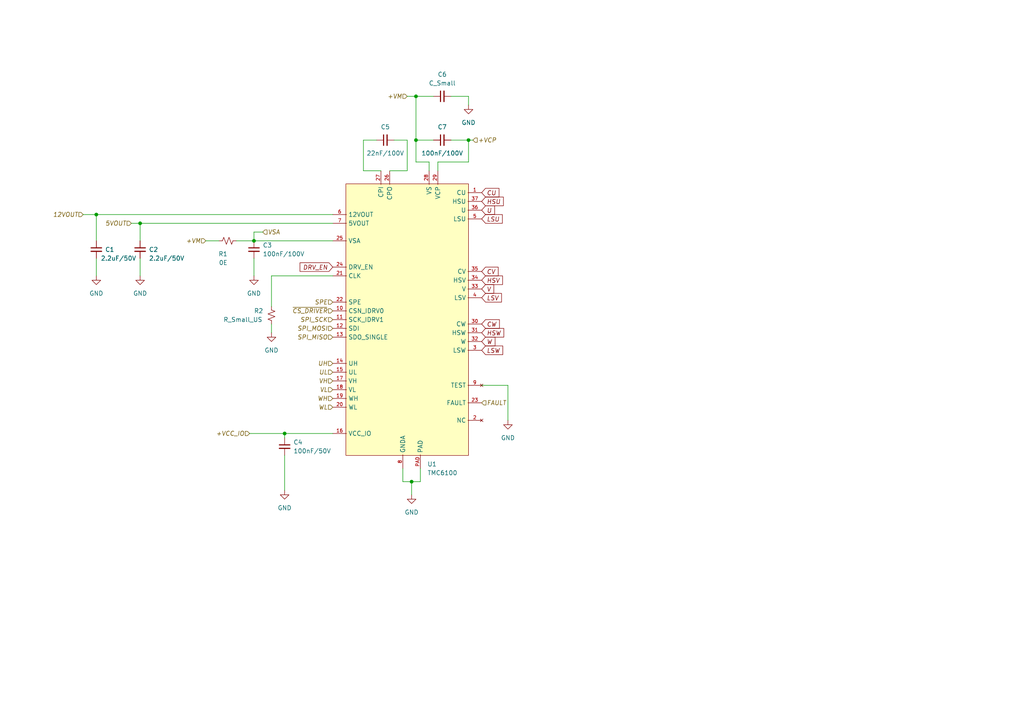
<source format=kicad_sch>
(kicad_sch (version 20211123) (generator eeschema)

  (uuid e63e39d7-6ac0-4ffd-8aa3-1841a4541b55)

  (paper "A4")

  (lib_symbols
    (symbol "Device:C_Small" (pin_numbers hide) (pin_names (offset 0.254) hide) (in_bom yes) (on_board yes)
      (property "Reference" "C" (id 0) (at 0.254 1.778 0)
        (effects (font (size 1.27 1.27)) (justify left))
      )
      (property "Value" "C_Small" (id 1) (at 0.254 -2.032 0)
        (effects (font (size 1.27 1.27)) (justify left))
      )
      (property "Footprint" "" (id 2) (at 0 0 0)
        (effects (font (size 1.27 1.27)) hide)
      )
      (property "Datasheet" "~" (id 3) (at 0 0 0)
        (effects (font (size 1.27 1.27)) hide)
      )
      (property "ki_keywords" "capacitor cap" (id 4) (at 0 0 0)
        (effects (font (size 1.27 1.27)) hide)
      )
      (property "ki_description" "Unpolarized capacitor, small symbol" (id 5) (at 0 0 0)
        (effects (font (size 1.27 1.27)) hide)
      )
      (property "ki_fp_filters" "C_*" (id 6) (at 0 0 0)
        (effects (font (size 1.27 1.27)) hide)
      )
      (symbol "C_Small_0_1"
        (polyline
          (pts
            (xy -1.524 -0.508)
            (xy 1.524 -0.508)
          )
          (stroke (width 0.3302) (type default) (color 0 0 0 0))
          (fill (type none))
        )
        (polyline
          (pts
            (xy -1.524 0.508)
            (xy 1.524 0.508)
          )
          (stroke (width 0.3048) (type default) (color 0 0 0 0))
          (fill (type none))
        )
      )
      (symbol "C_Small_1_1"
        (pin passive line (at 0 2.54 270) (length 2.032)
          (name "~" (effects (font (size 1.27 1.27))))
          (number "1" (effects (font (size 1.27 1.27))))
        )
        (pin passive line (at 0 -2.54 90) (length 2.032)
          (name "~" (effects (font (size 1.27 1.27))))
          (number "2" (effects (font (size 1.27 1.27))))
        )
      )
    )
    (symbol "Device:R_Small_US" (pin_numbers hide) (pin_names (offset 0.254) hide) (in_bom yes) (on_board yes)
      (property "Reference" "R" (id 0) (at 0.762 0.508 0)
        (effects (font (size 1.27 1.27)) (justify left))
      )
      (property "Value" "R_Small_US" (id 1) (at 0.762 -1.016 0)
        (effects (font (size 1.27 1.27)) (justify left))
      )
      (property "Footprint" "" (id 2) (at 0 0 0)
        (effects (font (size 1.27 1.27)) hide)
      )
      (property "Datasheet" "~" (id 3) (at 0 0 0)
        (effects (font (size 1.27 1.27)) hide)
      )
      (property "ki_keywords" "r resistor" (id 4) (at 0 0 0)
        (effects (font (size 1.27 1.27)) hide)
      )
      (property "ki_description" "Resistor, small US symbol" (id 5) (at 0 0 0)
        (effects (font (size 1.27 1.27)) hide)
      )
      (property "ki_fp_filters" "R_*" (id 6) (at 0 0 0)
        (effects (font (size 1.27 1.27)) hide)
      )
      (symbol "R_Small_US_1_1"
        (polyline
          (pts
            (xy 0 0)
            (xy 1.016 -0.381)
            (xy 0 -0.762)
            (xy -1.016 -1.143)
            (xy 0 -1.524)
          )
          (stroke (width 0) (type default) (color 0 0 0 0))
          (fill (type none))
        )
        (polyline
          (pts
            (xy 0 1.524)
            (xy 1.016 1.143)
            (xy 0 0.762)
            (xy -1.016 0.381)
            (xy 0 0)
          )
          (stroke (width 0) (type default) (color 0 0 0 0))
          (fill (type none))
        )
        (pin passive line (at 0 2.54 270) (length 1.016)
          (name "~" (effects (font (size 1.27 1.27))))
          (number "1" (effects (font (size 1.27 1.27))))
        )
        (pin passive line (at 0 -2.54 90) (length 1.016)
          (name "~" (effects (font (size 1.27 1.27))))
          (number "2" (effects (font (size 1.27 1.27))))
        )
      )
    )
    (symbol "SiFOCR:TMC6100" (in_bom yes) (on_board yes)
      (property "Reference" "U" (id 0) (at 0 45.72 0)
        (effects (font (size 1.27 1.27)))
      )
      (property "Value" "TMC6100" (id 1) (at 0 45.72 0)
        (effects (font (size 1.27 1.27)))
      )
      (property "Footprint" "" (id 2) (at 0 45.72 0)
        (effects (font (size 1.27 1.27)) hide)
      )
      (property "Datasheet" "" (id 3) (at 0 45.72 0)
        (effects (font (size 1.27 1.27)) hide)
      )
      (symbol "TMC6100_0_0"
        (pin power_in line (at 35.56 3.81 180) (length 3.9878)
          (name "CU" (effects (font (size 1.27 1.27))))
          (number "1" (effects (font (size 0.9906 0.9906))))
        )
        (pin bidirectional line (at -7.62 -30.48 0) (length 3.9878)
          (name "CSN_IDRV0" (effects (font (size 1.27 1.27))))
          (number "10" (effects (font (size 0.9906 0.9906))))
        )
        (pin bidirectional line (at -7.62 -33.02 0) (length 3.9878)
          (name "SCK_IDRV1" (effects (font (size 1.27 1.27))))
          (number "11" (effects (font (size 0.9906 0.9906))))
        )
        (pin bidirectional line (at -7.62 -35.56 0) (length 3.9878)
          (name "SDI" (effects (font (size 1.27 1.27))))
          (number "12" (effects (font (size 0.9906 0.9906))))
        )
        (pin bidirectional line (at -7.62 -38.1 0) (length 3.9878)
          (name "SDO_SINGLE" (effects (font (size 1.27 1.27))))
          (number "13" (effects (font (size 0.9906 0.9906))))
        )
        (pin input line (at -7.62 -45.72 0) (length 3.9878)
          (name "UH" (effects (font (size 1.27 1.27))))
          (number "14" (effects (font (size 0.9906 0.9906))))
        )
        (pin input line (at -7.62 -48.26 0) (length 3.9878)
          (name "UL" (effects (font (size 1.27 1.27))))
          (number "15" (effects (font (size 0.9906 0.9906))))
        )
        (pin input line (at -7.62 -66.04 0) (length 3.9878)
          (name "VCC_IO" (effects (font (size 1.27 1.27))))
          (number "16" (effects (font (size 0.9906 0.9906))))
        )
        (pin input line (at -7.62 -50.8 0) (length 3.9878)
          (name "VH" (effects (font (size 1.27 1.27))))
          (number "17" (effects (font (size 0.9906 0.9906))))
        )
        (pin input line (at -7.62 -53.34 0) (length 3.9878)
          (name "VL" (effects (font (size 1.27 1.27))))
          (number "18" (effects (font (size 0.9906 0.9906))))
        )
        (pin input line (at -7.62 -55.88 0) (length 3.9878)
          (name "WH" (effects (font (size 1.27 1.27))))
          (number "19" (effects (font (size 0.9906 0.9906))))
        )
        (pin no_connect line (at 35.56 -62.23 180) (length 3.9878)
          (name "NC" (effects (font (size 1.27 1.27))))
          (number "2" (effects (font (size 0.9906 0.9906))))
        )
        (pin input line (at -7.62 -58.42 0) (length 3.9878)
          (name "WL" (effects (font (size 1.27 1.27))))
          (number "20" (effects (font (size 0.9906 0.9906))))
        )
        (pin bidirectional line (at -7.62 -20.32 0) (length 3.9878)
          (name "CLK" (effects (font (size 1.27 1.27))))
          (number "21" (effects (font (size 0.9906 0.9906))))
        )
        (pin bidirectional line (at -7.62 -27.94 0) (length 3.9878)
          (name "SPE" (effects (font (size 1.27 1.27))))
          (number "22" (effects (font (size 0.9906 0.9906))))
        )
        (pin input line (at 35.56 -57.15 180) (length 3.9878)
          (name "FAULT" (effects (font (size 1.27 1.27))))
          (number "23" (effects (font (size 0.9906 0.9906))))
        )
        (pin input line (at -7.62 -17.78 0) (length 3.9878)
          (name "DRV_EN" (effects (font (size 1.27 1.27))))
          (number "24" (effects (font (size 0.9906 0.9906))))
        )
        (pin bidirectional line (at -7.62 -10.16 0) (length 3.9878)
          (name "VSA" (effects (font (size 1.27 1.27))))
          (number "25" (effects (font (size 0.9906 0.9906))))
        )
        (pin power_in line (at 8.89 10.16 270) (length 3.9878)
          (name "CPO" (effects (font (size 1.27 1.27))))
          (number "26" (effects (font (size 0.9906 0.9906))))
        )
        (pin power_in line (at 6.35 10.16 270) (length 3.9878)
          (name "CPI" (effects (font (size 1.27 1.27))))
          (number "27" (effects (font (size 0.9906 0.9906))))
        )
        (pin power_in line (at 20.32 10.16 270) (length 3.9878)
          (name "VS" (effects (font (size 1.27 1.27))))
          (number "28" (effects (font (size 0.9906 0.9906))))
        )
        (pin power_out line (at 22.86 10.16 270) (length 3.9878)
          (name "VCP" (effects (font (size 1.27 1.27))))
          (number "29" (effects (font (size 0.9906 0.9906))))
        )
        (pin power_out line (at 35.56 -41.91 180) (length 3.9878)
          (name "LSW" (effects (font (size 1.27 1.27))))
          (number "3" (effects (font (size 0.9906 0.9906))))
        )
        (pin power_out line (at 35.56 -34.29 180) (length 3.9878)
          (name "CW" (effects (font (size 1.27 1.27))))
          (number "30" (effects (font (size 0.9906 0.9906))))
        )
        (pin power_out line (at 35.56 -36.83 180) (length 3.9878)
          (name "HSW" (effects (font (size 1.27 1.27))))
          (number "31" (effects (font (size 0.9906 0.9906))))
        )
        (pin power_out line (at 35.56 -39.37 180) (length 3.9878)
          (name "W" (effects (font (size 1.27 1.27))))
          (number "32" (effects (font (size 0.9906 0.9906))))
        )
        (pin power_out line (at 35.56 -24.13 180) (length 3.9878)
          (name "V" (effects (font (size 1.27 1.27))))
          (number "33" (effects (font (size 0.9906 0.9906))))
        )
        (pin power_out line (at 35.56 -21.59 180) (length 3.9878)
          (name "HSV" (effects (font (size 1.27 1.27))))
          (number "34" (effects (font (size 0.9906 0.9906))))
        )
        (pin power_out line (at 35.56 -19.05 180) (length 3.9878)
          (name "CV" (effects (font (size 1.27 1.27))))
          (number "35" (effects (font (size 0.9906 0.9906))))
        )
        (pin power_out line (at 35.56 -1.27 180) (length 3.9878)
          (name "U" (effects (font (size 1.27 1.27))))
          (number "36" (effects (font (size 0.9906 0.9906))))
        )
        (pin power_out line (at 35.56 1.27 180) (length 3.9878)
          (name "HSU" (effects (font (size 1.27 1.27))))
          (number "37" (effects (font (size 0.9906 0.9906))))
        )
        (pin power_out line (at 35.56 -26.67 180) (length 3.9878)
          (name "LSV" (effects (font (size 1.27 1.27))))
          (number "4" (effects (font (size 0.9906 0.9906))))
        )
        (pin power_out line (at 35.56 -3.81 180) (length 3.9878)
          (name "LSU" (effects (font (size 1.27 1.27))))
          (number "5" (effects (font (size 0.9906 0.9906))))
        )
        (pin power_out line (at -7.62 -2.54 0) (length 3.9878)
          (name "12VOUT" (effects (font (size 1.27 1.27))))
          (number "6" (effects (font (size 0.9906 0.9906))))
        )
        (pin power_out line (at -7.62 -5.08 0) (length 3.9878)
          (name "5VOUT" (effects (font (size 1.27 1.27))))
          (number "7" (effects (font (size 0.9906 0.9906))))
        )
        (pin power_out line (at 12.7 -76.2 90) (length 3.9878)
          (name "GNDA" (effects (font (size 1.27 1.27))))
          (number "8" (effects (font (size 0.9906 0.9906))))
        )
        (pin no_connect line (at 35.56 -52.07 180) (length 3.9878)
          (name "TEST" (effects (font (size 1.27 1.27))))
          (number "9" (effects (font (size 0.9906 0.9906))))
        )
      )
      (symbol "TMC6100_0_1"
        (rectangle (start -3.81 6.35) (end 31.75 -72.39)
          (stroke (width 0) (type default) (color 0 0 0 0))
          (fill (type background))
        )
      )
      (symbol "TMC6100_1_1"
        (pin input line (at 17.78 -76.2 90) (length 3.9878)
          (name "PAD" (effects (font (size 1.27 1.27))))
          (number "PAD" (effects (font (size 0.9906 0.9906))))
        )
      )
    )
    (symbol "power:GND" (power) (pin_names (offset 0)) (in_bom yes) (on_board yes)
      (property "Reference" "#PWR" (id 0) (at 0 -6.35 0)
        (effects (font (size 1.27 1.27)) hide)
      )
      (property "Value" "GND" (id 1) (at 0 -3.81 0)
        (effects (font (size 1.27 1.27)))
      )
      (property "Footprint" "" (id 2) (at 0 0 0)
        (effects (font (size 1.27 1.27)) hide)
      )
      (property "Datasheet" "" (id 3) (at 0 0 0)
        (effects (font (size 1.27 1.27)) hide)
      )
      (property "ki_keywords" "power-flag" (id 4) (at 0 0 0)
        (effects (font (size 1.27 1.27)) hide)
      )
      (property "ki_description" "Power symbol creates a global label with name \"GND\" , ground" (id 5) (at 0 0 0)
        (effects (font (size 1.27 1.27)) hide)
      )
      (symbol "GND_0_1"
        (polyline
          (pts
            (xy 0 0)
            (xy 0 -1.27)
            (xy 1.27 -1.27)
            (xy 0 -2.54)
            (xy -1.27 -1.27)
            (xy 0 -1.27)
          )
          (stroke (width 0) (type default) (color 0 0 0 0))
          (fill (type none))
        )
      )
      (symbol "GND_1_1"
        (pin power_in line (at 0 0 270) (length 0) hide
          (name "GND" (effects (font (size 1.27 1.27))))
          (number "1" (effects (font (size 1.27 1.27))))
        )
      )
    )
  )

  (junction (at 120.65 27.94) (diameter 0) (color 0 0 0 0)
    (uuid 05783b37-49c6-41cc-8032-36496a1f734c)
  )
  (junction (at 27.94 62.23) (diameter 0) (color 0 0 0 0)
    (uuid 68fba86b-50e3-41ee-b52b-0732d8ff1b62)
  )
  (junction (at 119.38 139.7) (diameter 0) (color 0 0 0 0)
    (uuid 81b4498b-45e4-408e-a616-b5273468adcc)
  )
  (junction (at 82.55 125.73) (diameter 0) (color 0 0 0 0)
    (uuid a2d3206a-4f57-483a-a778-9695b7b13674)
  )
  (junction (at 135.89 40.64) (diameter 0) (color 0 0 0 0)
    (uuid cc4ef893-481c-4f8c-a574-4b3b172fd4d9)
  )
  (junction (at 120.65 40.64) (diameter 0) (color 0 0 0 0)
    (uuid d6d7e84f-f030-406a-bc13-5b00e8372e3d)
  )
  (junction (at 40.64 64.77) (diameter 0) (color 0 0 0 0)
    (uuid d71bfc95-467b-4bf4-bc2b-d16c880ec91e)
  )
  (junction (at 73.66 69.85) (diameter 0) (color 0 0 0 0)
    (uuid e455c97f-0735-47d0-954f-c7d41a1061e4)
  )

  (wire (pts (xy 68.58 69.85) (xy 73.66 69.85))
    (stroke (width 0) (type default) (color 0 0 0 0))
    (uuid 01afd943-3123-4571-bccf-409f98cfaba9)
  )
  (wire (pts (xy 73.66 74.93) (xy 73.66 80.01))
    (stroke (width 0) (type default) (color 0 0 0 0))
    (uuid 0e4dba94-69be-43f0-91f0-6a5748083353)
  )
  (wire (pts (xy 120.65 40.64) (xy 125.73 40.64))
    (stroke (width 0) (type default) (color 0 0 0 0))
    (uuid 0e6a16b7-fcb4-429a-bef4-6be241e9595d)
  )
  (wire (pts (xy 73.66 67.31) (xy 76.2 67.31))
    (stroke (width 0) (type default) (color 0 0 0 0))
    (uuid 120905bc-e2c9-4a76-8a86-bea1b36e1498)
  )
  (wire (pts (xy 127 49.53) (xy 127 46.99))
    (stroke (width 0) (type default) (color 0 0 0 0))
    (uuid 14b7678e-5762-4084-9dd6-03a43ac84e7d)
  )
  (wire (pts (xy 114.3 40.64) (xy 118.11 40.64))
    (stroke (width 0) (type default) (color 0 0 0 0))
    (uuid 1aa82f0d-2b95-4422-a485-ae22217acb78)
  )
  (wire (pts (xy 127 46.99) (xy 135.89 46.99))
    (stroke (width 0) (type default) (color 0 0 0 0))
    (uuid 2b4f0d6b-3163-4a97-920f-26b0d5d5bed4)
  )
  (wire (pts (xy 72.39 125.73) (xy 82.55 125.73))
    (stroke (width 0) (type default) (color 0 0 0 0))
    (uuid 2c35af05-394f-43f5-82f3-cc503ec943db)
  )
  (wire (pts (xy 147.32 111.76) (xy 147.32 121.92))
    (stroke (width 0) (type default) (color 0 0 0 0))
    (uuid 3440b3f3-8256-441e-89ff-72983e1e8c23)
  )
  (wire (pts (xy 73.66 69.85) (xy 73.66 67.31))
    (stroke (width 0) (type default) (color 0 0 0 0))
    (uuid 36611d5c-f620-45ba-958f-748212b5e1d6)
  )
  (wire (pts (xy 59.69 69.85) (xy 63.5 69.85))
    (stroke (width 0) (type default) (color 0 0 0 0))
    (uuid 39dd4e2b-b98c-4982-866e-f4cdc5b638cf)
  )
  (wire (pts (xy 73.66 69.85) (xy 96.52 69.85))
    (stroke (width 0) (type default) (color 0 0 0 0))
    (uuid 5118f1e4-6b2b-401a-a5cf-b5312e124495)
  )
  (wire (pts (xy 78.74 93.98) (xy 78.74 96.52))
    (stroke (width 0) (type default) (color 0 0 0 0))
    (uuid 58386ef2-6ad4-4027-9903-aec66276fcb4)
  )
  (wire (pts (xy 38.1 64.77) (xy 40.64 64.77))
    (stroke (width 0) (type default) (color 0 0 0 0))
    (uuid 58efc0f1-afb3-40a5-83c7-81f84aec0ff3)
  )
  (wire (pts (xy 40.64 74.93) (xy 40.64 80.01))
    (stroke (width 0) (type default) (color 0 0 0 0))
    (uuid 617ae239-d4af-4a04-98ad-5e220237e16d)
  )
  (wire (pts (xy 135.89 40.64) (xy 137.16 40.64))
    (stroke (width 0) (type default) (color 0 0 0 0))
    (uuid 61d2f13d-4087-407f-883e-154825f7bcde)
  )
  (wire (pts (xy 78.74 80.01) (xy 78.74 88.9))
    (stroke (width 0) (type default) (color 0 0 0 0))
    (uuid 653eb938-da12-4a51-b315-302f24362f20)
  )
  (wire (pts (xy 40.64 64.77) (xy 96.52 64.77))
    (stroke (width 0) (type default) (color 0 0 0 0))
    (uuid 66912298-b0d3-4c69-8f72-cd068185f639)
  )
  (wire (pts (xy 110.49 49.53) (xy 105.41 49.53))
    (stroke (width 0) (type default) (color 0 0 0 0))
    (uuid 69d7d0f1-0192-4b3e-9ab0-e19cfdb1f307)
  )
  (wire (pts (xy 27.94 62.23) (xy 96.52 62.23))
    (stroke (width 0) (type default) (color 0 0 0 0))
    (uuid 6abf7866-5027-4eee-b2f2-ad84b9ce2438)
  )
  (wire (pts (xy 119.38 139.7) (xy 121.92 139.7))
    (stroke (width 0) (type default) (color 0 0 0 0))
    (uuid 6e56977f-6078-45b8-afd9-332eb43858db)
  )
  (wire (pts (xy 82.55 125.73) (xy 96.52 125.73))
    (stroke (width 0) (type default) (color 0 0 0 0))
    (uuid 6e8f8ee5-8c01-4236-90ac-b5c4d9e320f1)
  )
  (wire (pts (xy 105.41 49.53) (xy 105.41 40.64))
    (stroke (width 0) (type default) (color 0 0 0 0))
    (uuid 6e9715e4-13f9-4959-b852-d1fb83876ecf)
  )
  (wire (pts (xy 116.84 135.89) (xy 116.84 139.7))
    (stroke (width 0) (type default) (color 0 0 0 0))
    (uuid 7c2da008-df3f-4543-9bff-7c21ad775617)
  )
  (wire (pts (xy 113.03 49.53) (xy 118.11 49.53))
    (stroke (width 0) (type default) (color 0 0 0 0))
    (uuid 8150e46a-084e-4e5d-932b-a4a8e2e7616c)
  )
  (wire (pts (xy 27.94 69.85) (xy 27.94 62.23))
    (stroke (width 0) (type default) (color 0 0 0 0))
    (uuid 85919167-a7b0-4c60-854a-08a7200f7a97)
  )
  (wire (pts (xy 40.64 64.77) (xy 40.64 69.85))
    (stroke (width 0) (type default) (color 0 0 0 0))
    (uuid 88f745ed-d72d-45d3-88cf-0f443e5916ac)
  )
  (wire (pts (xy 147.32 111.76) (xy 139.7 111.76))
    (stroke (width 0) (type default) (color 0 0 0 0))
    (uuid 9124e05c-2847-4694-b646-b54cc82eb619)
  )
  (wire (pts (xy 120.65 27.94) (xy 125.73 27.94))
    (stroke (width 0) (type default) (color 0 0 0 0))
    (uuid 91925796-ca07-4b40-ba7c-205009db5774)
  )
  (wire (pts (xy 82.55 125.73) (xy 82.55 127))
    (stroke (width 0) (type default) (color 0 0 0 0))
    (uuid 96a6d873-fa79-424e-a0d2-760d2be9a878)
  )
  (wire (pts (xy 82.55 132.08) (xy 82.55 142.24))
    (stroke (width 0) (type default) (color 0 0 0 0))
    (uuid 9e72866c-387a-40db-8ead-fe8bdca3e462)
  )
  (wire (pts (xy 120.65 46.99) (xy 120.65 40.64))
    (stroke (width 0) (type default) (color 0 0 0 0))
    (uuid a1494815-c4eb-44a3-910d-73531589b5e8)
  )
  (wire (pts (xy 135.89 46.99) (xy 135.89 40.64))
    (stroke (width 0) (type default) (color 0 0 0 0))
    (uuid a6291a3f-cea4-4d94-b16b-7ec3f1e573ca)
  )
  (wire (pts (xy 121.92 139.7) (xy 121.92 135.89))
    (stroke (width 0) (type default) (color 0 0 0 0))
    (uuid abd06736-e670-44b6-979c-cb25d410d555)
  )
  (wire (pts (xy 135.89 27.94) (xy 135.89 30.48))
    (stroke (width 0) (type default) (color 0 0 0 0))
    (uuid b0c6f6db-73e3-41d3-bb2c-70e154712583)
  )
  (wire (pts (xy 118.11 40.64) (xy 118.11 49.53))
    (stroke (width 0) (type default) (color 0 0 0 0))
    (uuid b51cc022-a049-4ae2-98ae-204fe5ad7a47)
  )
  (wire (pts (xy 130.81 27.94) (xy 135.89 27.94))
    (stroke (width 0) (type default) (color 0 0 0 0))
    (uuid b73d3512-4899-426e-a76d-1731fd3b6766)
  )
  (wire (pts (xy 130.81 40.64) (xy 135.89 40.64))
    (stroke (width 0) (type default) (color 0 0 0 0))
    (uuid bb1feb6a-121d-419c-a9df-d31a0aaa131b)
  )
  (wire (pts (xy 24.13 62.23) (xy 27.94 62.23))
    (stroke (width 0) (type default) (color 0 0 0 0))
    (uuid bbc04b9b-3202-4f25-b3de-71f5a7980541)
  )
  (wire (pts (xy 116.84 139.7) (xy 119.38 139.7))
    (stroke (width 0) (type default) (color 0 0 0 0))
    (uuid bd3fa25d-5b51-4992-bbbf-2f47c15516fd)
  )
  (wire (pts (xy 78.74 80.01) (xy 96.52 80.01))
    (stroke (width 0) (type default) (color 0 0 0 0))
    (uuid cb3f9151-e066-4fa9-92ff-0342be82b8c6)
  )
  (wire (pts (xy 124.46 49.53) (xy 124.46 46.99))
    (stroke (width 0) (type default) (color 0 0 0 0))
    (uuid d988fe8c-d332-4d4f-b0a3-adb63785f6c9)
  )
  (wire (pts (xy 27.94 74.93) (xy 27.94 80.01))
    (stroke (width 0) (type default) (color 0 0 0 0))
    (uuid db801b25-595a-42f2-bb53-620ed4eb1c42)
  )
  (wire (pts (xy 119.38 139.7) (xy 119.38 143.51))
    (stroke (width 0) (type default) (color 0 0 0 0))
    (uuid e08d28ad-7b39-479d-9c8c-0499734f469e)
  )
  (wire (pts (xy 120.65 40.64) (xy 120.65 27.94))
    (stroke (width 0) (type default) (color 0 0 0 0))
    (uuid e437d178-8d11-4332-a2e9-13d32df82032)
  )
  (wire (pts (xy 124.46 46.99) (xy 120.65 46.99))
    (stroke (width 0) (type default) (color 0 0 0 0))
    (uuid e9825316-d438-45e6-9449-284185b77885)
  )
  (wire (pts (xy 105.41 40.64) (xy 109.22 40.64))
    (stroke (width 0) (type default) (color 0 0 0 0))
    (uuid eeb29d84-e40c-42f5-b529-c7b8d5cfd209)
  )
  (wire (pts (xy 118.11 27.94) (xy 120.65 27.94))
    (stroke (width 0) (type default) (color 0 0 0 0))
    (uuid f454aff4-be4f-4427-b15a-c9e47dae5aef)
  )

  (global_label "CW" (shape input) (at 139.7 93.98 0) (fields_autoplaced)
    (effects (font (size 1.27 1.27) italic) (justify left))
    (uuid 01b47066-56af-45e9-b456-e34e13b78c46)
    (property "Intersheet References" "${INTERSHEET_REFS}" (id 0) (at 145.0901 93.9006 0)
      (effects (font (size 1.27 1.27) italic) (justify left) hide)
    )
  )
  (global_label "W" (shape input) (at 139.7 99.06 0) (fields_autoplaced)
    (effects (font (size 1.27 1.27) italic) (justify left))
    (uuid 15b8cce9-4931-4180-be3f-ea7eb1d9cb4b)
    (property "Intersheet References" "${INTERSHEET_REFS}" (id 0) (at 143.8201 98.9806 0)
      (effects (font (size 1.27 1.27) italic) (justify left) hide)
    )
  )
  (global_label "U" (shape input) (at 139.7 60.96 0) (fields_autoplaced)
    (effects (font (size 1.27 1.27) italic) (justify left))
    (uuid 19cac01c-d921-4dad-939e-d2d564f3f4c0)
    (property "Intersheet References" "${INTERSHEET_REFS}" (id 0) (at 143.6992 60.8806 0)
      (effects (font (size 1.27 1.27) italic) (justify left) hide)
    )
  )
  (global_label "LSU" (shape input) (at 139.7 63.5 0) (fields_autoplaced)
    (effects (font (size 1.27 1.27) italic) (justify left))
    (uuid 1ce83ea5-1605-419a-bb03-49c66c995542)
    (property "Intersheet References" "${INTERSHEET_REFS}" (id 0) (at 145.9368 63.4206 0)
      (effects (font (size 1.27 1.27) italic) (justify left) hide)
    )
  )
  (global_label "LSV" (shape input) (at 139.7 86.36 0) (fields_autoplaced)
    (effects (font (size 1.27 1.27) italic) (justify left))
    (uuid 21e7bff7-55fb-4bc9-972b-33bf636fac9b)
    (property "Intersheet References" "${INTERSHEET_REFS}" (id 0) (at 145.6949 86.2806 0)
      (effects (font (size 1.27 1.27) italic) (justify left) hide)
    )
  )
  (global_label "DRV_EN" (shape input) (at 96.52 77.47 180) (fields_autoplaced)
    (effects (font (size 1.27 1.27) italic) (justify right))
    (uuid 2cbd9cc6-3270-46ea-ad39-093b23bfce1c)
    (property "Intersheet References" "${INTERSHEET_REFS}" (id 0) (at 86.7756 77.3906 0)
      (effects (font (size 1.27 1.27) italic) (justify right) hide)
    )
  )
  (global_label "V" (shape input) (at 139.7 83.82 0) (fields_autoplaced)
    (effects (font (size 1.27 1.27) italic) (justify left))
    (uuid 555a0509-74c0-47db-8909-11f98fcc5dd1)
    (property "Intersheet References" "${INTERSHEET_REFS}" (id 0) (at 143.4573 83.7406 0)
      (effects (font (size 1.27 1.27) italic) (justify left) hide)
    )
  )
  (global_label "CU" (shape input) (at 139.7 55.88 0) (fields_autoplaced)
    (effects (font (size 1.27 1.27) italic) (justify left))
    (uuid 7bc5d086-47ae-404d-8db0-5238027db08a)
    (property "Intersheet References" "${INTERSHEET_REFS}" (id 0) (at 144.9692 55.8006 0)
      (effects (font (size 1.27 1.27) italic) (justify left) hide)
    )
  )
  (global_label "CV" (shape input) (at 139.7 78.74 0) (fields_autoplaced)
    (effects (font (size 1.27 1.27) italic) (justify left))
    (uuid 91c12701-7299-4ea0-a6a7-3685698be25f)
    (property "Intersheet References" "${INTERSHEET_REFS}" (id 0) (at 144.7273 78.6606 0)
      (effects (font (size 1.27 1.27) italic) (justify left) hide)
    )
  )
  (global_label "LSW" (shape input) (at 139.7 101.6 0) (fields_autoplaced)
    (effects (font (size 1.27 1.27) italic) (justify left))
    (uuid b5f5c22e-7f28-4daf-8c70-18010721d325)
    (property "Intersheet References" "${INTERSHEET_REFS}" (id 0) (at 146.0577 101.5206 0)
      (effects (font (size 1.27 1.27) italic) (justify left) hide)
    )
  )
  (global_label "HSU" (shape input) (at 139.7 58.42 0) (fields_autoplaced)
    (effects (font (size 1.27 1.27) italic) (justify left))
    (uuid bd908612-54ed-4f30-b710-0eb42757a4ac)
    (property "Intersheet References" "${INTERSHEET_REFS}" (id 0) (at 146.2392 58.3406 0)
      (effects (font (size 1.27 1.27) italic) (justify left) hide)
    )
  )
  (global_label "HSV" (shape input) (at 139.7 81.28 0) (fields_autoplaced)
    (effects (font (size 1.27 1.27) italic) (justify left))
    (uuid c8267f2a-c9f2-4fcf-bc0f-1cc3c9012c5f)
    (property "Intersheet References" "${INTERSHEET_REFS}" (id 0) (at 145.9973 81.2006 0)
      (effects (font (size 1.27 1.27) italic) (justify left) hide)
    )
  )
  (global_label "HSW" (shape input) (at 139.7 96.52 0) (fields_autoplaced)
    (effects (font (size 1.27 1.27) italic) (justify left))
    (uuid e07e5a0c-e140-49e4-9f83-f0ebe0b7eed7)
    (property "Intersheet References" "${INTERSHEET_REFS}" (id 0) (at 146.3601 96.4406 0)
      (effects (font (size 1.27 1.27) italic) (justify left) hide)
    )
  )

  (hierarchical_label "12VOUT" (shape input) (at 24.13 62.23 180)
    (effects (font (size 1.27 1.27) italic) (justify right))
    (uuid 0aef1b60-a716-4c45-ba8c-2c531877a8a1)
  )
  (hierarchical_label "VSA" (shape input) (at 76.2 67.31 0)
    (effects (font (size 1.27 1.27) italic) (justify left))
    (uuid 178cac95-dde0-49db-a6a2-c794e2a102c0)
  )
  (hierarchical_label "+VCC_IO" (shape input) (at 72.39 125.73 180)
    (effects (font (size 1.27 1.27) italic) (justify right))
    (uuid 1e59c40a-d469-4a89-83b7-bd73e94827fe)
  )
  (hierarchical_label "~{CS_DRIVER}" (shape input) (at 96.52 90.17 180)
    (effects (font (size 1.27 1.27) italic) (justify right))
    (uuid 320d0f37-fc82-4456-a014-80764543eba3)
  )
  (hierarchical_label "UL" (shape input) (at 96.52 107.95 180)
    (effects (font (size 1.27 1.27) italic) (justify right))
    (uuid 399bb7ae-5a51-43e8-bdae-e8c9ae172717)
  )
  (hierarchical_label "FAULT" (shape input) (at 139.7 116.84 0)
    (effects (font (size 1.27 1.27) italic) (justify left))
    (uuid 3ed0e7f9-a52f-46fe-b45e-96ea301a8674)
  )
  (hierarchical_label "SPI_MISO" (shape input) (at 96.52 97.79 180)
    (effects (font (size 1.27 1.27) italic) (justify right))
    (uuid 48ede83e-5ecd-41c8-bf11-36ce41c7b504)
  )
  (hierarchical_label "5VOUT" (shape input) (at 38.1 64.77 180)
    (effects (font (size 1.27 1.27) italic) (justify right))
    (uuid 51adf2df-a63a-4284-a755-721a0d0d68bf)
  )
  (hierarchical_label "UH" (shape input) (at 96.52 105.41 180)
    (effects (font (size 1.27 1.27) italic) (justify right))
    (uuid 5b74be9a-d294-4b06-ad25-d15bc5d1aa09)
  )
  (hierarchical_label "WL" (shape input) (at 96.52 118.11 180)
    (effects (font (size 1.27 1.27) italic) (justify right))
    (uuid 79b8d7ae-702a-4841-bcf3-dc46129e7073)
  )
  (hierarchical_label "+VM" (shape input) (at 118.11 27.94 180)
    (effects (font (size 1.27 1.27) italic) (justify right))
    (uuid 83ad8b1f-1e03-4f83-92a9-b86e384ad6be)
  )
  (hierarchical_label "SPI_MOSI" (shape input) (at 96.52 95.25 180)
    (effects (font (size 1.27 1.27) italic) (justify right))
    (uuid aa111982-e9d1-4ddd-ab3d-a1c6af6a8ac8)
  )
  (hierarchical_label "SPI_SCK" (shape input) (at 96.52 92.71 180)
    (effects (font (size 1.27 1.27) italic) (justify right))
    (uuid b983e96e-39ae-48b4-846c-27733c07215c)
  )
  (hierarchical_label "+VM" (shape input) (at 59.69 69.85 180)
    (effects (font (size 1.27 1.27) italic) (justify right))
    (uuid be5b8390-0ab7-4ddc-93e5-b73e056bd0c2)
  )
  (hierarchical_label "+VCP" (shape input) (at 137.16 40.64 0)
    (effects (font (size 1.27 1.27) italic) (justify left))
    (uuid d1ed221f-7004-4761-86bb-1adcec3464b5)
  )
  (hierarchical_label "VH" (shape input) (at 96.52 110.49 180)
    (effects (font (size 1.27 1.27) italic) (justify right))
    (uuid dd4e8ab7-5df6-4d25-96e0-f096355760ee)
  )
  (hierarchical_label "VL" (shape input) (at 96.52 113.03 180)
    (effects (font (size 1.27 1.27) italic) (justify right))
    (uuid eb2bc555-efc1-4732-bfff-458f2e5f7ad8)
  )
  (hierarchical_label "SPE" (shape input) (at 96.52 87.63 180)
    (effects (font (size 1.27 1.27) italic) (justify right))
    (uuid fa8eb2d6-748e-4b7a-adb1-772d9671b852)
  )
  (hierarchical_label "WH" (shape input) (at 96.52 115.57 180)
    (effects (font (size 1.27 1.27) italic) (justify right))
    (uuid fb6d9e70-29d0-4b7b-b19d-c2bcd01055fd)
  )

  (symbol (lib_id "Device:R_Small_US") (at 78.74 91.44 180) (unit 1)
    (in_bom yes) (on_board yes)
    (uuid 1a603b90-0c87-452c-a125-a10383531f1a)
    (property "Reference" "R2" (id 0) (at 73.66 90.17 0)
      (effects (font (size 1.27 1.27)) (justify right))
    )
    (property "Value" "R_Small_US" (id 1) (at 64.77 92.71 0)
      (effects (font (size 1.27 1.27)) (justify right))
    )
    (property "Footprint" "Resistor_SMD:R_0603_1608Metric" (id 2) (at 78.74 91.44 0)
      (effects (font (size 1.27 1.27)) hide)
    )
    (property "Datasheet" "~" (id 3) (at 78.74 91.44 0)
      (effects (font (size 1.27 1.27)) hide)
    )
    (pin "1" (uuid 825c1fd5-ff3f-4c29-95bb-5263b94c7ada))
    (pin "2" (uuid d4245c60-12f4-4589-b314-b53a4d29f421))
  )

  (symbol (lib_id "Device:C_Small") (at 128.27 27.94 90) (unit 1)
    (in_bom yes) (on_board yes) (fields_autoplaced)
    (uuid 1fc577f9-60f6-435e-89e0-6e1b43e33256)
    (property "Reference" "C6" (id 0) (at 128.2763 21.59 90))
    (property "Value" "C_Small" (id 1) (at 128.2763 24.13 90))
    (property "Footprint" "Capacitor_SMD:C_0603_1608Metric" (id 2) (at 128.27 27.94 0)
      (effects (font (size 1.27 1.27)) hide)
    )
    (property "Datasheet" "~" (id 3) (at 128.27 27.94 0)
      (effects (font (size 1.27 1.27)) hide)
    )
    (pin "1" (uuid a39f90c5-e981-40d6-86d7-60132edb198b))
    (pin "2" (uuid 0c00e448-4c82-4282-b233-3218019507b1))
  )

  (symbol (lib_id "power:GND") (at 73.66 80.01 0) (unit 1)
    (in_bom yes) (on_board yes) (fields_autoplaced)
    (uuid 266c7456-0eed-4e89-aa25-9d5223777258)
    (property "Reference" "#PWR03" (id 0) (at 73.66 86.36 0)
      (effects (font (size 1.27 1.27)) hide)
    )
    (property "Value" "GND" (id 1) (at 73.66 85.09 0))
    (property "Footprint" "" (id 2) (at 73.66 80.01 0)
      (effects (font (size 1.27 1.27)) hide)
    )
    (property "Datasheet" "" (id 3) (at 73.66 80.01 0)
      (effects (font (size 1.27 1.27)) hide)
    )
    (pin "1" (uuid 52620631-19d6-4e80-ab2b-919981532f53))
  )

  (symbol (lib_id "Device:C_Small") (at 73.66 72.39 0) (unit 1)
    (in_bom yes) (on_board yes) (fields_autoplaced)
    (uuid 45b642da-8722-48b4-bf14-338b8ce2e848)
    (property "Reference" "C3" (id 0) (at 76.2 71.1262 0)
      (effects (font (size 1.27 1.27)) (justify left))
    )
    (property "Value" "100nF/100V" (id 1) (at 76.2 73.6662 0)
      (effects (font (size 1.27 1.27)) (justify left))
    )
    (property "Footprint" "Capacitor_SMD:C_0603_1608Metric" (id 2) (at 73.66 72.39 0)
      (effects (font (size 1.27 1.27)) hide)
    )
    (property "Datasheet" "~" (id 3) (at 73.66 72.39 0)
      (effects (font (size 1.27 1.27)) hide)
    )
    (pin "1" (uuid 6be3e1c7-44c1-4501-a009-050e7dffa026))
    (pin "2" (uuid 089a2360-e720-4fb8-ba2f-a75abe43bd28))
  )

  (symbol (lib_id "Device:C_Small") (at 128.27 40.64 90) (unit 1)
    (in_bom yes) (on_board yes)
    (uuid 6dc30f47-c03e-4487-9924-c88b285baca6)
    (property "Reference" "C7" (id 0) (at 128.27 36.83 90))
    (property "Value" "100nF/100V" (id 1) (at 128.27 44.45 90))
    (property "Footprint" "Capacitor_SMD:C_0603_1608Metric" (id 2) (at 128.27 40.64 0)
      (effects (font (size 1.27 1.27)) hide)
    )
    (property "Datasheet" "~" (id 3) (at 128.27 40.64 0)
      (effects (font (size 1.27 1.27)) hide)
    )
    (pin "1" (uuid 624f91d7-8712-4469-8e96-1887c6ff5b88))
    (pin "2" (uuid e9836c66-6ab4-42ae-94bd-60662fc8d32e))
  )

  (symbol (lib_id "power:GND") (at 78.74 96.52 0) (unit 1)
    (in_bom yes) (on_board yes) (fields_autoplaced)
    (uuid 9404460d-bb07-4879-89cb-cd3f0f2a1ef2)
    (property "Reference" "#PWR04" (id 0) (at 78.74 102.87 0)
      (effects (font (size 1.27 1.27)) hide)
    )
    (property "Value" "GND" (id 1) (at 78.74 101.6 0))
    (property "Footprint" "" (id 2) (at 78.74 96.52 0)
      (effects (font (size 1.27 1.27)) hide)
    )
    (property "Datasheet" "" (id 3) (at 78.74 96.52 0)
      (effects (font (size 1.27 1.27)) hide)
    )
    (pin "1" (uuid 2b594369-5a63-4009-8a26-a875808ed531))
  )

  (symbol (lib_id "Device:C_Small") (at 111.76 40.64 90) (unit 1)
    (in_bom yes) (on_board yes)
    (uuid 9515d62c-5c87-44da-9fbb-01b35f02edbb)
    (property "Reference" "C5" (id 0) (at 111.76 36.83 90))
    (property "Value" "22nF/100V" (id 1) (at 111.76 44.45 90))
    (property "Footprint" "Capacitor_SMD:C_0603_1608Metric" (id 2) (at 111.76 40.64 0)
      (effects (font (size 1.27 1.27)) hide)
    )
    (property "Datasheet" "~" (id 3) (at 111.76 40.64 0)
      (effects (font (size 1.27 1.27)) hide)
    )
    (pin "1" (uuid 4c5a3079-570f-491c-bc20-b14915a69ded))
    (pin "2" (uuid c8ce1313-265f-4c47-975f-4be35e327186))
  )

  (symbol (lib_id "Device:C_Small") (at 27.94 72.39 0) (unit 1)
    (in_bom yes) (on_board yes)
    (uuid abb899b4-c4b1-484d-a721-cb43865e6a26)
    (property "Reference" "C1" (id 0) (at 30.48 72.39 0)
      (effects (font (size 1.27 1.27)) (justify left))
    )
    (property "Value" "2.2uF/50V" (id 1) (at 29.21 74.93 0)
      (effects (font (size 1.27 1.27)) (justify left))
    )
    (property "Footprint" "Capacitor_SMD:C_0603_1608Metric" (id 2) (at 27.94 72.39 0)
      (effects (font (size 1.27 1.27)) hide)
    )
    (property "Datasheet" "~" (id 3) (at 27.94 72.39 0)
      (effects (font (size 1.27 1.27)) hide)
    )
    (pin "1" (uuid 1e4a6e7f-1a4c-4a67-b522-be64d859c2fa))
    (pin "2" (uuid 4af9c2bc-8066-4d95-acef-9106adfad17a))
  )

  (symbol (lib_id "power:GND") (at 27.94 80.01 0) (unit 1)
    (in_bom yes) (on_board yes) (fields_autoplaced)
    (uuid ad4e0898-9d16-44d9-ad0b-a5c3f15cafba)
    (property "Reference" "#PWR01" (id 0) (at 27.94 86.36 0)
      (effects (font (size 1.27 1.27)) hide)
    )
    (property "Value" "GND" (id 1) (at 27.94 85.09 0))
    (property "Footprint" "" (id 2) (at 27.94 80.01 0)
      (effects (font (size 1.27 1.27)) hide)
    )
    (property "Datasheet" "" (id 3) (at 27.94 80.01 0)
      (effects (font (size 1.27 1.27)) hide)
    )
    (pin "1" (uuid 59c89fa8-a261-49fc-8e9e-e08857a2369d))
  )

  (symbol (lib_id "power:GND") (at 82.55 142.24 0) (unit 1)
    (in_bom yes) (on_board yes) (fields_autoplaced)
    (uuid b256eb5e-c747-4ccb-baa9-c3cb521a6d1b)
    (property "Reference" "#PWR05" (id 0) (at 82.55 148.59 0)
      (effects (font (size 1.27 1.27)) hide)
    )
    (property "Value" "GND" (id 1) (at 82.55 147.32 0))
    (property "Footprint" "" (id 2) (at 82.55 142.24 0)
      (effects (font (size 1.27 1.27)) hide)
    )
    (property "Datasheet" "" (id 3) (at 82.55 142.24 0)
      (effects (font (size 1.27 1.27)) hide)
    )
    (pin "1" (uuid 842fc465-926c-4c1f-bbe4-a67b6a057c39))
  )

  (symbol (lib_id "SiFOCR:TMC6100") (at 104.14 59.69 0) (unit 1)
    (in_bom yes) (on_board yes) (fields_autoplaced)
    (uuid ba410a01-d7aa-4128-abd0-b5ba9f6b5f46)
    (property "Reference" "U1" (id 0) (at 123.9394 134.62 0)
      (effects (font (size 1.27 1.27)) (justify left))
    )
    (property "Value" "TMC6100" (id 1) (at 123.9394 137.16 0)
      (effects (font (size 1.27 1.27)) (justify left))
    )
    (property "Footprint" "SiFOCR:TMC6100" (id 2) (at 104.14 13.97 0)
      (effects (font (size 1.27 1.27)) hide)
    )
    (property "Datasheet" "" (id 3) (at 104.14 13.97 0)
      (effects (font (size 1.27 1.27)) hide)
    )
    (pin "1" (uuid 08d75b80-46f2-48b7-af19-167e729deb89))
    (pin "10" (uuid 6bc92358-f3a5-48e4-afb6-78839719d659))
    (pin "11" (uuid f56dcb14-12b0-4a9e-8702-800fc866ce43))
    (pin "12" (uuid 413ebf20-f526-48ac-b06f-2a73d5fae894))
    (pin "13" (uuid 6d981427-db64-4df9-8379-cadef0b646c1))
    (pin "14" (uuid ee5af2bd-aeb0-4650-9c57-0da728a0ff89))
    (pin "15" (uuid dc9bd479-c62b-48c2-9a36-f3c2ff63213e))
    (pin "16" (uuid be702a8e-185f-45fa-88b2-6193ffd717da))
    (pin "17" (uuid 6b680d4e-bdc3-41de-9d77-08e6c3719658))
    (pin "18" (uuid e1e1a21f-c591-4788-9246-7bf199780d24))
    (pin "19" (uuid f02d00cd-55ee-49eb-80ef-fbe802aeca86))
    (pin "2" (uuid f889a980-2122-4ade-8448-69f3dd6444a2))
    (pin "20" (uuid 728c07be-f650-4f0f-91cd-a45f997db210))
    (pin "21" (uuid cdfbe21b-9f15-4940-9301-be0595335e45))
    (pin "22" (uuid 902bd7b6-5224-4843-91f9-63426d8b94f4))
    (pin "23" (uuid 7320745d-9dbf-44da-b47b-3dbc2ea4cc91))
    (pin "24" (uuid 7cf40d77-cf21-4b30-9472-df492c415d33))
    (pin "25" (uuid 9c1029b7-4db0-4d88-87b4-17857d831abc))
    (pin "26" (uuid c4fdeb53-5bb6-409a-bf8a-2d4209649601))
    (pin "27" (uuid 050f7f2f-ecb4-4432-bee0-4152cd50355c))
    (pin "28" (uuid 698be845-1c97-4965-bc58-35f90d6e8507))
    (pin "29" (uuid 695ffe82-ecfe-48c1-a97e-4d5dab902d1c))
    (pin "3" (uuid e6c30646-85b4-4bdb-8b5d-016932033ee6))
    (pin "30" (uuid 21a30784-f414-4eb1-b82c-42aed0c1cd56))
    (pin "31" (uuid 587d7118-d5e5-4eb0-943e-529f387068c6))
    (pin "32" (uuid e40cc947-6343-49f5-a55a-e7372dce4995))
    (pin "33" (uuid 416926b9-50fa-4b04-97a3-82c3d00bd7c2))
    (pin "34" (uuid 1b21864d-3714-4065-bb30-8f2e6eef5194))
    (pin "35" (uuid cd75a7bc-e7f4-442f-89d1-6c59ba5bd694))
    (pin "36" (uuid f3b08687-bfb0-43fd-baad-c49e0158fbc7))
    (pin "37" (uuid 167db502-e716-4f68-b468-ecf0a59bde73))
    (pin "4" (uuid 6bfd96c1-1d98-4b73-8638-3854bfbb9588))
    (pin "5" (uuid 78c8e0ae-10e5-448d-b4d9-7cf181b9a2b9))
    (pin "6" (uuid 01fd89a2-daf3-4315-9f70-54619d3e6733))
    (pin "7" (uuid b3895a95-6f95-4d12-96ef-5f1de7bf85fe))
    (pin "8" (uuid cc224b5f-645a-4a22-87e1-b90ecbcc9849))
    (pin "9" (uuid 274b4155-b75b-4939-9486-34500301436a))
    (pin "PAD" (uuid 02b062e4-3065-4818-b665-1b3c2aae1455))
  )

  (symbol (lib_id "power:GND") (at 40.64 80.01 0) (unit 1)
    (in_bom yes) (on_board yes) (fields_autoplaced)
    (uuid ba52b89a-95f3-437e-a6c5-19bb0836e76a)
    (property "Reference" "#PWR02" (id 0) (at 40.64 86.36 0)
      (effects (font (size 1.27 1.27)) hide)
    )
    (property "Value" "GND" (id 1) (at 40.64 85.09 0))
    (property "Footprint" "" (id 2) (at 40.64 80.01 0)
      (effects (font (size 1.27 1.27)) hide)
    )
    (property "Datasheet" "" (id 3) (at 40.64 80.01 0)
      (effects (font (size 1.27 1.27)) hide)
    )
    (pin "1" (uuid bff26346-e9b6-4677-9c30-9f078ea64c3f))
  )

  (symbol (lib_id "power:GND") (at 119.38 143.51 0) (unit 1)
    (in_bom yes) (on_board yes) (fields_autoplaced)
    (uuid c1ed017b-0383-4b15-be3e-c4be1036f0b3)
    (property "Reference" "#PWR06" (id 0) (at 119.38 149.86 0)
      (effects (font (size 1.27 1.27)) hide)
    )
    (property "Value" "GND" (id 1) (at 119.38 148.59 0))
    (property "Footprint" "" (id 2) (at 119.38 143.51 0)
      (effects (font (size 1.27 1.27)) hide)
    )
    (property "Datasheet" "" (id 3) (at 119.38 143.51 0)
      (effects (font (size 1.27 1.27)) hide)
    )
    (pin "1" (uuid cf780834-cf74-4d4c-b466-0e491580d5b0))
  )

  (symbol (lib_id "Device:C_Small") (at 82.55 129.54 0) (unit 1)
    (in_bom yes) (on_board yes) (fields_autoplaced)
    (uuid c978e117-cf2a-46d9-b5a6-d298b56dcf7b)
    (property "Reference" "C4" (id 0) (at 85.09 128.2762 0)
      (effects (font (size 1.27 1.27)) (justify left))
    )
    (property "Value" "100nF/50V" (id 1) (at 85.09 130.8162 0)
      (effects (font (size 1.27 1.27)) (justify left))
    )
    (property "Footprint" "Capacitor_SMD:C_0603_1608Metric" (id 2) (at 82.55 129.54 0)
      (effects (font (size 1.27 1.27)) hide)
    )
    (property "Datasheet" "~" (id 3) (at 82.55 129.54 0)
      (effects (font (size 1.27 1.27)) hide)
    )
    (pin "1" (uuid a0fa4f1b-26df-4a60-901e-5aa9d77f1ac9))
    (pin "2" (uuid cfafe8c9-5195-45d7-a40c-1cf200b40f1f))
  )

  (symbol (lib_id "power:GND") (at 147.32 121.92 0) (unit 1)
    (in_bom yes) (on_board yes) (fields_autoplaced)
    (uuid cc72452d-7d29-40c0-932f-9cfce19b8a10)
    (property "Reference" "#PWR08" (id 0) (at 147.32 128.27 0)
      (effects (font (size 1.27 1.27)) hide)
    )
    (property "Value" "GND" (id 1) (at 147.32 127 0))
    (property "Footprint" "" (id 2) (at 147.32 121.92 0)
      (effects (font (size 1.27 1.27)) hide)
    )
    (property "Datasheet" "" (id 3) (at 147.32 121.92 0)
      (effects (font (size 1.27 1.27)) hide)
    )
    (pin "1" (uuid 46cd598b-1143-43a1-8986-bd4766337e03))
  )

  (symbol (lib_id "power:GND") (at 135.89 30.48 0) (unit 1)
    (in_bom yes) (on_board yes) (fields_autoplaced)
    (uuid d826eebd-cd11-4ce7-a22c-9450616ef960)
    (property "Reference" "#PWR07" (id 0) (at 135.89 36.83 0)
      (effects (font (size 1.27 1.27)) hide)
    )
    (property "Value" "GND" (id 1) (at 135.89 35.56 0))
    (property "Footprint" "" (id 2) (at 135.89 30.48 0)
      (effects (font (size 1.27 1.27)) hide)
    )
    (property "Datasheet" "" (id 3) (at 135.89 30.48 0)
      (effects (font (size 1.27 1.27)) hide)
    )
    (pin "1" (uuid a4927cb4-7a85-47ed-8bfb-03bfcf1f785e))
  )

  (symbol (lib_id "Device:R_Small_US") (at 66.04 69.85 270) (unit 1)
    (in_bom yes) (on_board yes)
    (uuid ed239945-934b-45f3-8120-e94501452382)
    (property "Reference" "R1" (id 0) (at 66.04 73.66 90)
      (effects (font (size 1.27 1.27)) (justify right))
    )
    (property "Value" "0E" (id 1) (at 66.04 76.2 90)
      (effects (font (size 1.27 1.27)) (justify right))
    )
    (property "Footprint" "Resistor_SMD:R_0603_1608Metric" (id 2) (at 66.04 69.85 0)
      (effects (font (size 1.27 1.27)) hide)
    )
    (property "Datasheet" "~" (id 3) (at 66.04 69.85 0)
      (effects (font (size 1.27 1.27)) hide)
    )
    (pin "1" (uuid e1f8843e-e2b9-4790-9662-64489ea11cee))
    (pin "2" (uuid bd4fcd40-5d98-4065-99ea-47ecdff3cc01))
  )

  (symbol (lib_id "Device:C_Small") (at 40.64 72.39 0) (unit 1)
    (in_bom yes) (on_board yes)
    (uuid f3c92c3b-89eb-4187-ac7d-b9581c165381)
    (property "Reference" "C2" (id 0) (at 43.18 72.39 0)
      (effects (font (size 1.27 1.27)) (justify left))
    )
    (property "Value" "2.2uF/50V" (id 1) (at 43.18 74.93 0)
      (effects (font (size 1.27 1.27)) (justify left))
    )
    (property "Footprint" "Capacitor_SMD:C_0603_1608Metric" (id 2) (at 40.64 72.39 0)
      (effects (font (size 1.27 1.27)) hide)
    )
    (property "Datasheet" "~" (id 3) (at 40.64 72.39 0)
      (effects (font (size 1.27 1.27)) hide)
    )
    (pin "1" (uuid 89ba0670-91c8-474e-8c72-8c1f0980cc69))
    (pin "2" (uuid 89d8a73b-67cf-41f3-9bf9-6a7740393508))
  )

  (sheet_instances
    (path "/" (page "1"))
  )

  (symbol_instances
    (path "/ad4e0898-9d16-44d9-ad0b-a5c3f15cafba"
      (reference "#PWR01") (unit 1) (value "GND") (footprint "")
    )
    (path "/ba52b89a-95f3-437e-a6c5-19bb0836e76a"
      (reference "#PWR02") (unit 1) (value "GND") (footprint "")
    )
    (path "/266c7456-0eed-4e89-aa25-9d5223777258"
      (reference "#PWR03") (unit 1) (value "GND") (footprint "")
    )
    (path "/9404460d-bb07-4879-89cb-cd3f0f2a1ef2"
      (reference "#PWR04") (unit 1) (value "GND") (footprint "")
    )
    (path "/b256eb5e-c747-4ccb-baa9-c3cb521a6d1b"
      (reference "#PWR05") (unit 1) (value "GND") (footprint "")
    )
    (path "/c1ed017b-0383-4b15-be3e-c4be1036f0b3"
      (reference "#PWR06") (unit 1) (value "GND") (footprint "")
    )
    (path "/d826eebd-cd11-4ce7-a22c-9450616ef960"
      (reference "#PWR07") (unit 1) (value "GND") (footprint "")
    )
    (path "/cc72452d-7d29-40c0-932f-9cfce19b8a10"
      (reference "#PWR08") (unit 1) (value "GND") (footprint "")
    )
    (path "/abb899b4-c4b1-484d-a721-cb43865e6a26"
      (reference "C1") (unit 1) (value "2.2uF/50V") (footprint "Capacitor_SMD:C_0603_1608Metric")
    )
    (path "/f3c92c3b-89eb-4187-ac7d-b9581c165381"
      (reference "C2") (unit 1) (value "2.2uF/50V") (footprint "Capacitor_SMD:C_0603_1608Metric")
    )
    (path "/45b642da-8722-48b4-bf14-338b8ce2e848"
      (reference "C3") (unit 1) (value "100nF/100V") (footprint "Capacitor_SMD:C_0603_1608Metric")
    )
    (path "/c978e117-cf2a-46d9-b5a6-d298b56dcf7b"
      (reference "C4") (unit 1) (value "100nF/50V") (footprint "Capacitor_SMD:C_0603_1608Metric")
    )
    (path "/9515d62c-5c87-44da-9fbb-01b35f02edbb"
      (reference "C5") (unit 1) (value "22nF/100V") (footprint "Capacitor_SMD:C_0603_1608Metric")
    )
    (path "/1fc577f9-60f6-435e-89e0-6e1b43e33256"
      (reference "C6") (unit 1) (value "C_Small") (footprint "Capacitor_SMD:C_0603_1608Metric")
    )
    (path "/6dc30f47-c03e-4487-9924-c88b285baca6"
      (reference "C7") (unit 1) (value "100nF/100V") (footprint "Capacitor_SMD:C_0603_1608Metric")
    )
    (path "/ed239945-934b-45f3-8120-e94501452382"
      (reference "R1") (unit 1) (value "0E") (footprint "Resistor_SMD:R_0603_1608Metric")
    )
    (path "/1a603b90-0c87-452c-a125-a10383531f1a"
      (reference "R2") (unit 1) (value "R_Small_US") (footprint "Resistor_SMD:R_0603_1608Metric")
    )
    (path "/ba410a01-d7aa-4128-abd0-b5ba9f6b5f46"
      (reference "U1") (unit 1) (value "TMC6100") (footprint "SiFOCR:TMC6100")
    )
  )
)

</source>
